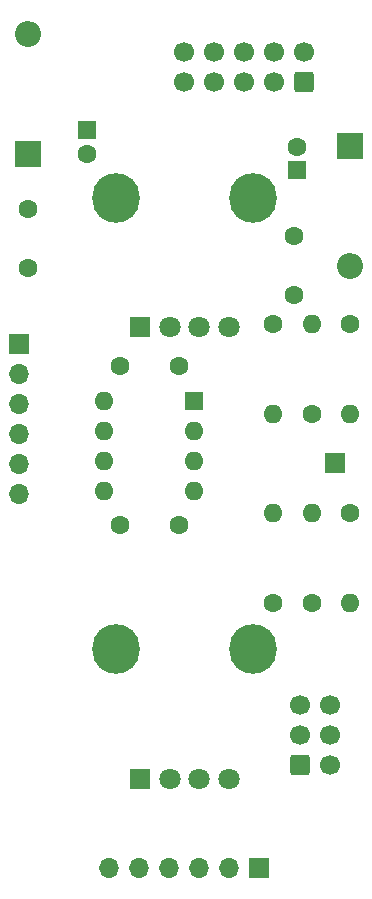
<source format=gts>
%TF.GenerationSoftware,KiCad,Pcbnew,8.0.5*%
%TF.CreationDate,2024-12-03T23:35:51+01:00*%
%TF.ProjectId,DMH_Multiverter_PCB,444d485f-4d75-46c7-9469-766572746572,1*%
%TF.SameCoordinates,Original*%
%TF.FileFunction,Soldermask,Top*%
%TF.FilePolarity,Negative*%
%FSLAX46Y46*%
G04 Gerber Fmt 4.6, Leading zero omitted, Abs format (unit mm)*
G04 Created by KiCad (PCBNEW 8.0.5) date 2024-12-03 23:35:51*
%MOMM*%
%LPD*%
G01*
G04 APERTURE LIST*
G04 Aperture macros list*
%AMRoundRect*
0 Rectangle with rounded corners*
0 $1 Rounding radius*
0 $2 $3 $4 $5 $6 $7 $8 $9 X,Y pos of 4 corners*
0 Add a 4 corners polygon primitive as box body*
4,1,4,$2,$3,$4,$5,$6,$7,$8,$9,$2,$3,0*
0 Add four circle primitives for the rounded corners*
1,1,$1+$1,$2,$3*
1,1,$1+$1,$4,$5*
1,1,$1+$1,$6,$7*
1,1,$1+$1,$8,$9*
0 Add four rect primitives between the rounded corners*
20,1,$1+$1,$2,$3,$4,$5,0*
20,1,$1+$1,$4,$5,$6,$7,0*
20,1,$1+$1,$6,$7,$8,$9,0*
20,1,$1+$1,$8,$9,$2,$3,0*%
G04 Aperture macros list end*
%ADD10O,4.000000X4.200000*%
%ADD11C,1.800000*%
%ADD12R,1.800000X1.800000*%
%ADD13R,1.700000X1.700000*%
%ADD14C,1.600000*%
%ADD15O,1.600000X1.600000*%
%ADD16R,1.600000X1.600000*%
%ADD17R,2.200000X2.200000*%
%ADD18O,2.200000X2.200000*%
%ADD19O,1.700000X1.700000*%
%ADD20RoundRect,0.250000X0.600000X-0.600000X0.600000X0.600000X-0.600000X0.600000X-0.600000X-0.600000X0*%
%ADD21C,1.700000*%
%ADD22RoundRect,0.250000X-0.600000X-0.600000X0.600000X-0.600000X0.600000X0.600000X-0.600000X0.600000X0*%
G04 APERTURE END LIST*
D10*
%TO.C,RV1*%
X77200000Y-58750000D03*
D11*
X86750000Y-69750000D03*
D10*
X88800000Y-58750000D03*
D12*
X79250000Y-69750000D03*
D11*
X81750000Y-69750000D03*
X84250000Y-69750000D03*
%TD*%
D13*
%TO.C,J0*%
X95750000Y-81250000D03*
%TD*%
D10*
%TO.C,RV2*%
X77200000Y-97000000D03*
D11*
X86750000Y-108000000D03*
D10*
X88800000Y-97000000D03*
D12*
X79250000Y-108000000D03*
D11*
X81750000Y-108000000D03*
X84250000Y-108000000D03*
%TD*%
D14*
%TO.C,R1*%
X90500000Y-69440000D03*
D15*
X90500000Y-77060000D03*
%TD*%
D14*
%TO.C,C6*%
X77500000Y-86500000D03*
X82500000Y-86500000D03*
%TD*%
D16*
%TO.C,U1*%
X83800000Y-75950000D03*
D15*
X83800000Y-78490000D03*
X83800000Y-81030000D03*
X83800000Y-83570000D03*
X76180000Y-83570000D03*
X76180000Y-81030000D03*
X76180000Y-78490000D03*
X76180000Y-75950000D03*
%TD*%
D14*
%TO.C,C4*%
X92250000Y-62000000D03*
X92250000Y-67000000D03*
%TD*%
%TO.C,R3*%
X97000000Y-69440000D03*
D15*
X97000000Y-77060000D03*
%TD*%
D17*
%TO.C,D2*%
X97000000Y-54420000D03*
D18*
X97000000Y-64580000D03*
%TD*%
D13*
%TO.C,J60*%
X89325000Y-115475000D03*
D19*
X86785000Y-115475000D03*
X84245000Y-115475000D03*
X81705000Y-115475000D03*
X79165000Y-115475000D03*
X76625000Y-115475000D03*
%TD*%
D14*
%TO.C,R4*%
X90500000Y-93060000D03*
D15*
X90500000Y-85440000D03*
%TD*%
D14*
%TO.C,R2*%
X93750000Y-77060000D03*
D15*
X93750000Y-69440000D03*
%TD*%
D13*
%TO.C,J50*%
X68975000Y-71175000D03*
D19*
X68975000Y-73715000D03*
X68975000Y-76255000D03*
X68975000Y-78795000D03*
X68975000Y-81335000D03*
X68975000Y-83875000D03*
%TD*%
D17*
%TO.C,D1*%
X69750000Y-55080000D03*
D18*
X69750000Y-44920000D03*
%TD*%
D16*
%TO.C,C2*%
X92500000Y-56455113D03*
D14*
X92500000Y-54455113D03*
%TD*%
%TO.C,R6*%
X97000000Y-85440000D03*
D15*
X97000000Y-93060000D03*
%TD*%
D14*
%TO.C,R5*%
X93750000Y-93060000D03*
D15*
X93750000Y-85440000D03*
%TD*%
D14*
%TO.C,C5*%
X77500000Y-73000000D03*
X82500000Y-73000000D03*
%TD*%
%TO.C,C3*%
X69750000Y-59750000D03*
X69750000Y-64750000D03*
%TD*%
D20*
%TO.C,J100*%
X93080000Y-49002500D03*
D21*
X93080000Y-46462500D03*
X90540000Y-49002500D03*
X90540000Y-46462500D03*
X88000000Y-49002500D03*
X88000000Y-46462500D03*
X85460000Y-49002500D03*
X85460000Y-46462500D03*
X82920000Y-49002500D03*
X82920000Y-46462500D03*
%TD*%
D16*
%TO.C,C1*%
X74750000Y-53044888D03*
D14*
X74750000Y-55044888D03*
%TD*%
D22*
%TO.C,J200*%
X92747500Y-106790000D03*
D21*
X92747500Y-104250000D03*
X92747500Y-101710000D03*
X95287500Y-106790000D03*
X95287500Y-104250000D03*
X95287500Y-101710000D03*
%TD*%
M02*

</source>
